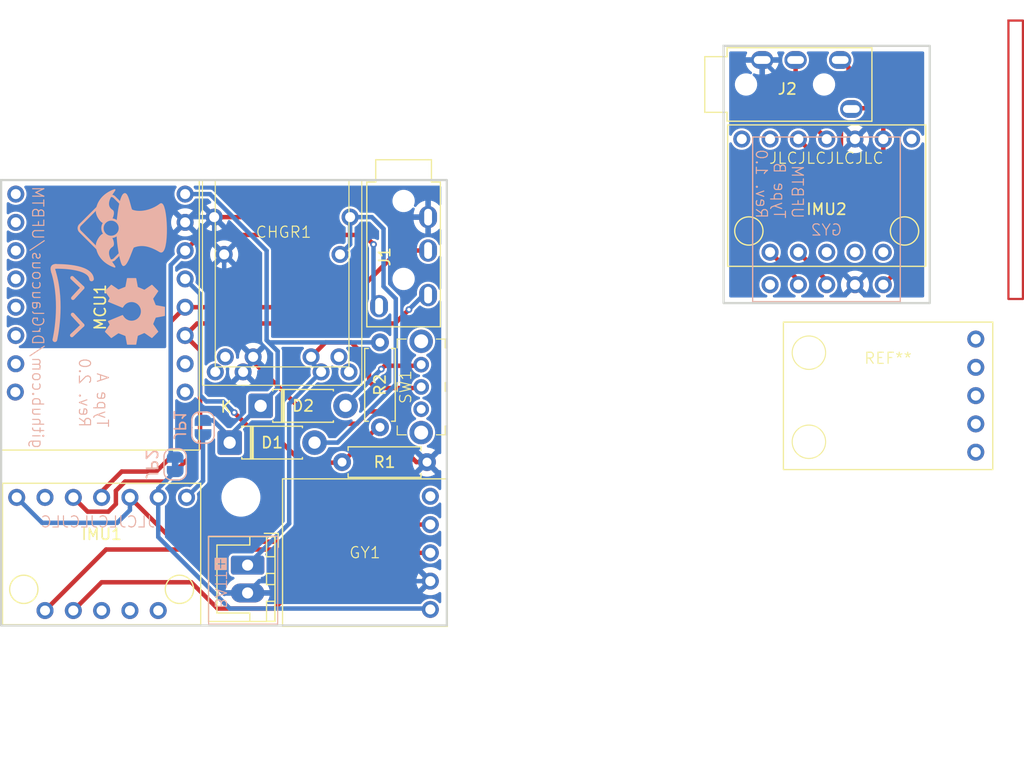
<source format=kicad_pcb>
(kicad_pcb (version 20241229) (generator "pcbnew") (generator_version "9.0")
  (layers (0 "F.Cu" signal) (2 "B.Cu" signal) (13 "F.Paste" user) (15 "B.Paste" user) (5 "F.SilkS" user "F.Silkscreen") (7 "B.SilkS" user "B.Silkscreen") (1 "F.Mask" user) (3 "B.Mask" user) (25 "Edge.Cuts" user))
  (net 0 "")
  (net 1 "SDA_1")
  (net 2 "ESP32_3V3")
  (net 3 "BATTERY_READER")
  (net 4 "ESP32_5V5")
  (net 5 "SCL_1")
  (net 6 "+BATT")
  (net 7 "GND")
  (net 9 "/5_VIN_LX")
  (net 11 "Net-(D2-A)")
  (net 12 "Net-(GY1-SDA)")
  (net 14 "Net-(GY1-SCL)")
  (net 15 "Net-(GY1-VIN)")
  (net 16 "Net-(GY2-SDA)")
  (net 17 "Net-(GY2-SCL)")
  (net 20 "Net-(IMU1-VIN)")
  (footprint "My_Library:LX_LBES" (layer "F.Cu") (at 128.218024 112.5 -90)
    (property "Reference" "CHGR1")
    (property "Value" "~")
  )
  (footprint "Espressif:ESP32-C3-Mini-V1" (layer "F.Cu") (at 105.896004 107.141392)
    (property "Reference" "MCU1")
    (property "Value" "~")
  )
  (footprint "Diode_THT:D_DO-41_SOD81_P7.62mm_Horizontal" (layer "F.Cu") (at 117.51 119.3)
    (property "Reference" "D1")
    (property "Value" "D_1N5817 / 4.8v Zener?")
  )
  (footprint "My_Library:PJ-320A" (layer "F.Cu") (at 160.15 84.94)
    (property "Reference" "J2")
    (property "Value" "TRRS Connector 3.5")
  )
  (footprint "Diode_THT:D_DO-41_SOD81_P7.62mm_Horizontal" (layer "F.Cu") (at 120.29 116)
    (property "Reference" "D2")
    (property "Value" "D_1N5817")
  )
  (footprint "My_Library:PJ-320A" (layer "F.Cu") (at 135.32 93.9 -90)
    (property "Reference" "J1")
    (property "Value" "TRRS Connector 3.5")
  )
  (footprint "My_Library:SK12D07VG4" (layer "F.Cu") (at 134.7 114.3 90)
    (property "Reference" "SW1")
    (property "Value" "SW_SPDT")
  )
  (footprint "Connector_JST:JST_XH_B2B-XH-A_1x02_P2.50mm_Vertical" (layer "F.Cu") (at 119.12 130.3 -90)
    (property "Reference" "BT1" (hide yes))
    (property "Value" "Battery")
  )
  (footprint "My_Library:LX-LBES-Big" (layer "F.Cu") (at 129.42 114.2 -90)
    (property "Reference" "CHGR2" (hide yes))
    (property "Value" "~")
  )
  (footprint "My_Library:GY-271" (layer "F.Cu") (at 130.52 129.2 180)
    (property "Reference" "GY1")
    (property "Value" "~")
  )
  (footprint "My_Library:GY-BMI160" (layer "F.Cu") (at 171.09 97.12 -90)
    (property "Reference" "IMU2")
    (property "Value" "~")
  )
  (footprint "My_Library:GY-273" (layer "F.Cu") (at 176.494 115.224)
    (property "Reference" "REF**")
    (property "Value" "GY-273")
  )
  (footprint "My_Library:GY-BMI160" (layer "F.Cu") (at 106.02 129.3 -90)
    (property "Reference" "IMU1")
    (property "Value" "~")
  )
  (footprint "Resistor_THT:R_Axial_DIN0207_L6.3mm_D2.5mm_P7.62mm_Horizontal" (layer "F.Cu") (at 135.22 121.05 180)
    (property "Reference" "R1")
    (property "Value" "200K")
  )
  (footprint "Resistor_THT:R_Axial_DIN0207_L6.3mm_D2.5mm_P7.62mm_Horizontal" (layer "F.Cu") (at 131 117.92 90)
    (property "Reference" "R2")
    (property "Value" "200K")
  )
  (footprint "Jumper:SolderJumper-2_P1.3mm_Open_RoundedPad1.0x1.5mm" (layer "B.Cu") (at 115.12 117.95 90)
    (property "Reference" "JP1")
    (property "Value" "5v in")
  )
  (footprint "Jumper:SolderJumper-2_P1.3mm_Bridged_RoundedPad1.0x1.5mm" (layer "B.Cu") (at 112.62 121.25 -90)
    (property "Reference" "JP2")
    (property "Value" "3v3 in")
  )
  (footprint "My_Library:GY-271" (layer "B.Cu") (at 171.09 100.12 90)
    (property "Reference" "GY2")
    (property "Value" "~")
  )
  (footprint "MountingHole:MountingHole_3mm" (layer "B.Cu") (at 118.52 124.2)
    (property "Reference" "REF**" (hide yes))
    (property "Value" "MountingHole_3mm")
  )
  (gr_rect (start 187.4 81.4) (end 188.7 106.4) (stroke (width 0.2)) (fill no) (layer "F.Cu"))
  (gr_poly (pts (xy 111.703464 107.135553) (xy 111.703337 107.133854) (xy 111.703129 107.132163) (xy 111.702841 107.130483) (xy 111.702475 107.128817) (xy 111.702033 107.127166) (xy 111.701518 107.125533) (xy 111.700932 107.123921) (xy 111.700276 107.122332) (xy 111.699553 107.12077) (xy 111.697913 107.117733) (xy 111.69603 107.114829) (xy 111.693919 107.112081) (xy 111.691597 107.109506) (xy 111.689082 107.107127) (xy 111.686389 107.104963) (xy 111.684981 107.103969) (xy 111.683536 107.103035) (xy 111.682054 107.102166) (xy 111.680538 107.101363) (xy 111.678991 107.100629) (xy 111.677414 107.099967) (xy 111.675809 107.099378) (xy 111.674178 107.098867) (xy 111.672525 107.098434) (xy 111.670849 107.098084) (xy 110.910743 106.956594) (xy 110.907373 106.955809) (xy 110.90399 106.954726) (xy 110.900616 106.953366) (xy 110.897274 106.951746) (xy 110.893986 106.949886) (xy 110.890774 106.947806) (xy 110.887661 106.945524) (xy 110.884668 106.943059) (xy 110.881819 106.940431) (xy 110.879135 106.937659) (xy 110.876638 106.934762) (xy 110.874352 106.931759) (xy 110.872297 106.928669) (xy 110.870497 106.925511) (xy 110.868974 106.922304) (xy 110.86775 106.919069) (xy 110.659223 106.409734) (xy 110.657822 106.406568) (xy 110.656653 106.403211) (xy 110.655713 106.399694) (xy 110.655 106.396045) (xy 110.654512 106.392293) (xy 110.654246 106.388469) (xy 110.6542 106.384601) (xy 110.654373 106.380719) (xy 110.654762 106.376851) (xy 110.655364 106.373028) (xy 110.656178 106.369279) (xy 110.657202 106.365632) (xy 110.658432 106.362118) (xy 110.659868 106.358764) (xy 110.661507 106.355602) (xy 110.663346 106.352659) (xy 111.099122 105.717789) (xy 111.100055 105.716362) (xy 111.100915 105.714892) (xy 111.101703 105.713383) (xy 111.102419 105.711837) (xy 111.103063 105.710259) (xy 111.103635 105.70865) (xy 111.104568 105.705357) (xy 111.105218 105.701984) (xy 111.105588 105.698558) (xy 111.105681 105.695103) (xy 111.105498 105.691648) (xy 111.105043 105.688217) (xy 111.104317 105.684836) (xy 111.103322 105.681533) (xy 111.102061 105.678332) (xy 111.100537 105.67526) (xy 111.099676 105.673781) (xy 111.098751 105.672344) (xy 111.097761 105.670952) (xy 111.096706 105.669608) (xy 111.095587 105.668317) (xy 111.094404 105.667081) (xy 110.559603 105.132354) (xy 110.55836 105.131179) (xy 110.557062 105.130067) (xy 110.555713 105.129019) (xy 110.554315 105.128035) (xy 110.552873 105.127116) (xy 110.551388 105.126262) (xy 110.549866 105.125473) (xy 110.548308 105.12475) (xy 110.546718 105.124092) (xy 110.5451 105.1235) (xy 110.54179 105.122515) (xy 110.538405 105.121796) (xy 110.53497 105.121345) (xy 110.531511 105.121165) (xy 110.528054 105.121258) (xy 110.524626 105.121624) (xy 110.521252 105.122267) (xy 110.519593 105.122693) (xy 110.517958 105.123189) (xy 110.51635 105.123755) (xy 110.514771 105.124391) (xy 110.513225 105.125098) (xy 110.511716 105.125875) (xy 110.510246 105.126724) (xy 110.508819 105.127644) (xy 109.884661 105.555702) (xy 109.881708 105.557551) (xy 109.878541 105.55919) (xy 109.875189 105.560619) (xy 109.87168 105.561836) (xy 109.868044 105.562839) (xy 109.864309 105.563627) (xy 109.860504 105.564198) (xy 109.856657 105.56455) (xy 109.852796 105.564682) (xy 109.848952 105.564592) (xy 109.845151 105.564278) (xy 109.841423 105.563739) (xy 109.837796 105.562972) (xy 109.834299 105.561978) (xy 109.830962 105.560753) (xy 109.827811 105.559296) (xy 109.302298 105.334064) (xy 109.300685 105.333456) (xy 109.299076 105.332771) (xy 109.295881 105.331184) (xy 109.292734 105.329326) (xy 109.289654 105.327218) (xy 109.28666 105.324884) (xy 109.283771 105.322345) (xy 109.281006 105.319623) (xy 109.278386 105.31674) (xy 109.275929 105.313719) (xy 109.273654 105.310581) (xy 109.271582 105.307349) (xy 109.26973 105.304044) (xy 109.268119 105.300689) (xy 109.266768 105.297307) (xy 109.266196 105.295612) (xy 109.265696 105.293918) (xy 109.26527 105.292229) (xy 109.264922 105.290546) (xy 109.128226 104.555832) (xy 109.1283 104.555909) (xy 109.127942 104.55424) (xy 109.127503 104.552593) (xy 109.126986 104.550968) (xy 109.126393 104.549369) (xy 109.125727 104.547797) (xy 109.124989 104.546254) (xy 109.124183 104.544744) (xy 109.123311 104.543266) (xy 109.122376 104.541825) (xy 109.121379 104.540421) (xy 109.120324 104.539057) (xy 109.119212 104.537736) (xy 109.118047 104.536459) (xy 109.11683 104.535228) (xy 109.115565 104.534045) (xy 109.114253 104.532913) (xy 109.112898 104.531834) (xy 109.111501 104.530809) (xy 109.110065 104.529842) (xy 109.108593 104.528933) (xy 109.107086 104.528086) (xy 109.105548 104.527301) (xy 109.103981 104.526582) (xy 109.102388 104.525931) (xy 109.10077 104.525349) (xy 109.099131 104.524839) (xy 109.097472 104.524402) (xy 109.095796 104.524042) (xy 109.094107 104.523759) (xy 109.092405 104.523557) (xy 109.090694 104.523436) (xy 109.088977 104.523401) (xy 108.332616 104.523476) (xy 108.330911 104.523519) (xy 108.329211 104.523646) (xy 108.327519 104.523854) (xy 108.325836 104.524142) (xy 108.324166 104.524508) (xy 108.322511 104.524949) (xy 108.320874 104.525464) (xy 108.319258 104.52605) (xy 108.316096 104.527428) (xy 108.313048 104.529066) (xy 108.310134 104.530947) (xy 108.307374 104.533055) (xy 108.30479 104.535372) (xy 108.302402 104.537883) (xy 108.300232 104.54057) (xy 108.299235 104.541974) (xy 108.2983 104.543416) (xy 108.297429 104.544893) (xy 108.296626 104.546405) (xy 108.295893 104.547947) (xy 108.295233 104.549519) (xy 108.294647 104.551118) (xy 108.29414 104.552742) (xy 108.293713 104.55439) (xy 108.293368 104.556058) (xy 108.159967 105.272721) (xy 108.159618 105.274409) (xy 108.159192 105.276101) (xy 108.158115 105.279483) (xy 108.156755 105.282848) (xy 108.155133 105.286173) (xy 108.153268 105.289438) (xy 108.15118 105.292621) (xy 108.148887 105.2957) (xy 108.14641 105.298656) (xy 108.143767 105.301465) (xy 108.14098 105.304108) (xy 108.138066 105.306563) (xy 108.135046 105.308807) (xy 108.131939 105.310821) (xy 108.128764 105.312583) (xy 108.125542 105.314072) (xy 108.122292 105.315266) (xy 107.563222 105.538998) (xy 107.560044 105.540372) (xy 107.556678 105.541518) (xy 107.553154 105.542438) (xy 107.549502 105.543135) (xy 107.545749 105.543609) (xy 107.541925 105.543864) (xy 107.538058 105.543901) (xy 107.534179 105.543724) (xy 107.530316 105.543332) (xy 107.526497 105.54273) (xy 107.522752 105.541919) (xy 107.519109 105.5409) (xy 107.515599 105.539677) (xy 107.512249 105.538252) (xy 107.509089 105.536625) (xy 107.506147 105.5348) (xy 106.912848 105.127706) (xy 106.911414 105.126773) (xy 106.909938 105.125913) (xy 106.908423 105.125125) (xy 106.906872 105.124409) (xy 106.905288 105.123765) (xy 106.903674 105.123193) (xy 106.900372 105.12226) (xy 106.896991 105.12161) (xy 106.893557 105.12124) (xy 106.890095 105.121147) (xy 106.886632 105.121329) (xy 106.883194 105.121785) (xy 106.879806 105.122511) (xy 106.876495 105.123505) (xy 106.873286 105.124765) (xy 106.870205 105.126288) (xy 106.86872 105.127148) (xy 106.867278 105.128073) (xy 106.86588 105.129063) (xy 106.864531 105.130117) (xy 106.863233 105.131235) (xy 106.861989 105.132417) (xy 106.327189 105.667225) (xy 106.32602 105.668454) (xy 106.324914 105.66974) (xy 106.323871 105.671077) (xy 106.322891 105.672464) (xy 106.321976 105.673896) (xy 106.321125 105.67537) (xy 106.320338 105.676884) (xy 106.319616 105.678434) (xy 106.318959 105.680017) (xy 106.318367 105.681629) (xy 106.317381 105.684928) (xy 106.31666 105.688306) (xy 106.316206 105.691736) (xy 106.316022 105.695193) (xy 106.316109 105.69865) (xy 106.316471 105.702081) (xy 106.317109 105.705459) (xy 106.317532 105.707121) (xy 106.318025 105.70876) (xy 106.318589 105.710373) (xy 106.319223 105.711957) (xy 106.319928 105.713508) (xy 106.320704 105.715023) (xy 106.321551 105.716499) (xy 106.32247 105.717932) (xy 106.722521 106.300674) (xy 106.724346 106.303597) (xy 106.725947 106.306731) (xy 106.727322 106.310046) (xy 106.72847 106.313513) (xy 106.729391 106.317104) (xy 106.730085 106.32079) (xy 106.730552 106.324542) (xy 106.730789 106.328332) (xy 106.730798 106.332131) (xy 106.730577 106.335909) (xy 106.730126 106.339639) (xy 106.729444 106.343291) (xy 106.728531 106.346837) (xy 106.727387 106.350248) (xy 106.72601 106.353496) (xy 106.7244 106.356551) (xy 106.58718 106.61354) (xy 106.586452 106.615078) (xy 106.585811 106.616629) (xy 106.585258 106.61819) (xy 106.584789 106.619758) (xy 106.584406 106.621331) (xy 106.584107 106.622905) (xy 106.58389 106.624479) (xy 106.583756 106.62605) (xy 106.583703 106.627615) (xy 106.58373 106.629171) (xy 106.583835 106.630715) (xy 106.58402 106.632246) (xy 106.584281 106.63376) (xy 106.584619 106.635254) (xy 106.585032 106.636726) (xy 106.58552 106.638174) (xy 106.586081 106.639594) (xy 106.586715 106.640984) (xy 106.587421 106.642341) (xy 106.588197 106.643663) (xy 106.589043 106.644946) (xy 106.589958 106.646189) (xy 106.590941 106.647388) (xy 106.591991 106.648542) (xy 106.593107 106.649646) (xy 106.594287 106.650699) (xy 106.595532 106.651697) (xy 106.596841 106.652639) (xy 106.598211 106.653522) (xy 106.599643 106.654342) (xy 106.601135 106.655097) (xy 106.602687 106.655785) (xy 107.883433 107.185641) (xy 107.885026 107.186254) (xy 107.886644 107.186786) (xy 107.888282 107.187237) (xy 107.889939 107.18761) (xy 107.89161 107.187904) (xy 107.893294 107.188121) (xy 107.896684 107.188329) (xy 107.900086 107.18824) (xy 107.903476 107.187864) (xy 107.906827 107.187208) (xy 107.910117 107.18628) (xy 107.913322 107.18509) (xy 107.916415 107.183643) (xy 107.919374 107.18195) (xy 107.922174 107.180018) (xy 107.92479 107.177855) (xy 107.926022 107.17669) (xy 107.927199 107.17547) (xy 107.928318 107.174196) (xy 107.929375 107.17287) (xy 107.930369 107.171492) (xy 107.931295 107.170063) (xy 107.970693 107.105723) (xy 107.973652 107.101097) (xy 107.977028 107.096156) (xy 107.980745 107.090995) (xy 107.98473 107.085705) (xy 107.988907 107.08038) (xy 107.993203 107.075113) (xy 107.997543 107.069998) (xy 108.001851 107.065126) (xy 108.031001 107.022551) (xy 108.062649 106.981918) (xy 108.096686 106.943339) (xy 108.133001 106.906923) (xy 108.171485 106.872783) (xy 108.212028 106.841029) (xy 108.254518 106.811772) (xy 108.298847 106.785123) (xy 108.344905 106.761194) (xy 108.368547 106.750284) (xy 108.39258 106.740095) (xy 108.416991 106.730641) (xy 108.441764 106.721937) (xy 108.466887 106.713996) (xy 108.492346 106.706832) (xy 108.518127 106.700459) (xy 108.544216 106.69489) (xy 108.5706 106.69014) (xy 108.597264 106.686223) (xy 108.624196 106.683152) (xy 108.651381 106.680941) (xy 108.678805 106.679604) (xy 108.706455 106.679156) (xy 108.749502 106.680244) (xy 108.791984 106.683473) (xy 108.833848 106.688792) (xy 108.875042 106.696147) (xy 108.915513 106.705485) (xy 108.955208 106.716755) (xy 108.994076 106.729903) (xy 109.032063 106.744877) (xy 109.069117 106.761625) (xy 109.105186 106.780094) (xy 109.140216 106.800231) (xy 109.174156 106.821984) (xy 109.206952 106.845301) (xy 109.238553 106.870128) (xy 109.268905 106.896413) (xy 109.297956 106.924104) (xy 109.325654 106.953148) (xy 109.351945 106.983492) (xy 109.376778 107.015085) (xy 109.4001 107.047873) (xy 109.421858 107.081803) (xy 109.442 107.116824) (xy 109.460473 107.152883) (xy 109.477225 107.189927) (xy 109.492202 107.227903) (xy 109.505353 107.26676) (xy 109.516626 107.306444) (xy 109.525966 107.346903) (xy 109.533322 107.388084) (xy 109.538642 107.429935) (xy 109.541872 107.472404) (xy 109.542961 107.515437) (xy 109.541872 107.55847) (xy 109.538642 107.600939) (xy 109.533322 107.64279) (xy 109.525966 107.683971) (xy 109.516626 107.72443) (xy 109.505353 107.764114) (xy 109.492202 107.802971) (xy 109.477225 107.840947) (xy 109.460473 107.877991) (xy 109.442 107.914049) (xy 109.421858 107.94907) (xy 109.4001 107.983001) (xy 109.376778 108.015789) (xy 109.351945 108.047381) (xy 109.325654 108.077726) (xy 109.297956 108.10677) (xy 109.268905 108.13446) (xy 109.238553 108.160746) (xy 109.206952 108.185573) (xy 109.174156 108.208889) (xy 109.140216 108.230642) (xy 109.105186 108.250779) (xy 109.069117 108.269248) (xy 109.032063 108.285996) (xy 108.994076 108.30097) (xy 108.955208 108.314119) (xy 108.915513 108.325388) (xy 108.875042 108.334727) (xy 108.833848 108.342082) (xy 108.791984 108.3474) (xy 108.749502 108.35063) (xy 108.706455 108.351718) (xy 108.651381 108.349933) (xy 108.597264 108.344651) (xy 108.544216 108.335983) (xy 108.492346 108.324042) (xy 108.441764 108.308936) (xy 108.39258 108.290779) (xy 108.344905 108.26968) (xy 108.298847 108.24575) (xy 108.254518 108.219101) (xy 108.212028 108.189844) (xy 108.171485 108.15809) (xy 108.133001 108.12395) (xy 108.096686 108.087535) (xy 108.062649 108.048955) (xy 108.031001 108.008322) (xy 108.001851 107.965748) (xy 107.99752 107.960854) (xy 107.99317 107.955727) (xy 107.988872 107.950456) (xy 107.984699 107.945131) (xy 107.980722 107.939841) (xy 107.977014 107.934675) (xy 107.973648 107.929724) (xy 107.970693 107.925076) (xy 107.931295 107.860735) (xy 107.930369 107.8593) (xy 107.929375 107.857916) (xy 107.928317 107.856585) (xy 107.927198 107.855307) (xy 107.926021 107.854084) (xy 107.924789 107.852916) (xy 107.923505 107.851804) (xy 107.922172 107.850749) (xy 107.920794 107.849753) (xy 107.919372 107.848815) (xy 107.917911 107.847939) (xy 107.916413 107.847123) (xy 107.914882 107.846369) (xy 107.91332 107.845679) (xy 107.91173 107.845052) (xy 107.910116 107.844491) (xy 107.90848 107.843996) (xy 107.906826 107.843568) (xy 107.905156 107.843207) (xy 107.903474 107.842916) (xy 107.901783 107.842695) (xy 107.900085 107.842544) (xy 107.898384 107.842466) (xy 107.896683 107.84246) (xy 107.894985 107.842529) (xy 107.893293 107.842672) (xy 107.89161 107.842891) (xy 107.889938 107.843187) (xy 107.888282 107.84356) (xy 107.886644 107.844012) (xy 107.885027 107.844544) (xy 107.883434 107.845157) (xy 106.602759 108.375088) (xy 106.601208 108.375776) (xy 106.599715 108.376532) (xy 106.598282 108.377354) (xy 106.596909 108.378238) (xy 106.595599 108.379181) (xy 106.59435 108.380182) (xy 106.593166 108.381237) (xy 106.592046 108.382344) (xy 106.590992 108.383499) (xy 106.590004 108.384701) (xy 106.589085 108.385946) (xy 106.588234 108.387232) (xy 106.587453 108.388556) (xy 106.586743 108.389915) (xy 106.586105 108.391307) (xy 106.58554 108.392729) (xy 106.585048 108.394178) (xy 106.584632 108.395652) (xy 106.584292 108.397147) (xy 106.584028 108.398662) (xy 106.583843 108.400192) (xy 106.583737 108.401737) (xy 106.583711 108.403292) (xy 106.583766 108.404855) (xy 106.583904 108.406424) (xy 106.584124 108.407996) (xy 106.584429 108.409568) (xy 106.584819 108.411137) (xy 106.585295 108.412701) (xy 106.585859 108.414257) (xy 106.586511 108.415802) (xy 106.587253 108.417333) (xy 106.72447 108.674322) (xy 106.726067 108.677364) (xy 106.727433 108.6806) (xy 106.728568 108.684002) (xy 106.729473 108.68754) (xy 106.730148 108.691186) (xy 106.730593 108.694912) (xy 106.730809 108.698688) (xy 106.730796 108.702485) (xy 106.730555 108.706276) (xy 106.730086 108.710031) (xy 106.729389 108.713721) (xy 106.728465 108.717318) (xy 106.727315 108.720793) (xy 106.725938 108.724117) (xy 106.724335 108.727262) (xy 106.722507 108.730199) (xy 106.322462 109.312937) (xy 106.321536 109.314371) (xy 106.320682 109.315847) (xy 106.3199 109.317362) (xy 106.31919 109.318913) (xy 106.318551 109.320497) (xy 106.317982 109.32211) (xy 106.317057 109.325412) (xy 106.316413 109.328792) (xy 106.316047 109.332224) (xy 106.315956 109.335684) (xy 106.316139 109.339143) (xy 106.316594 109.342577) (xy 106.317317 109.34596) (xy 106.318308 109.349266) (xy 106.319562 109.352467) (xy 106.321079 109.35554) (xy 106.321936 109.357019) (xy 106.322856 109.358457) (xy 106.323842 109.359849) (xy 106.324891 109.361192) (xy 106.326004 109.362484) (xy 106.327181 109.36372) (xy 106.861989 109.898521) (xy 106.863233 109.899697) (xy 106.864531 109.90081) (xy 106.86588 109.901859) (xy 106.867278 109.902843) (xy 106.86872 109.903764) (xy 106.870205 109.90462) (xy 106.871727 109.905411) (xy 106.873286 109.906136) (xy 106.874876 109.906796) (xy 106.876495 109.907391) (xy 106.879806 109.908381) (xy 106.883194 109.909105) (xy 106.886632 109.90956) (xy 106.890095 109.909743) (xy 106.893557 109.909653) (xy 106.896991 109.909287) (xy 106.89869 109.909) (xy 106.900372 109.908643) (xy 106.902035 109.908216) (xy 106.903675 109.907719) (xy 106.905288 109.907151) (xy 106.906872 109.906512) (xy 106.908423 109.905801) (xy 106.909938 109.905019) (xy 106.911415 109.904166) (xy 106.912848 109.90324) (xy 107.506222 109.496147) (xy 107.509151 109.494308) (xy 107.512303 109.49267) (xy 107.515647 109.491235) (xy 107.519154 109.490004) (xy 107.522794 109.48898) (xy 107.52654 109.488164) (xy 107.53036 109.48756) (xy 107.534226 109.487168) (xy 107.53811 109.486991) (xy 107.54198 109.487032) (xy 107.545808 109.487291) (xy 107.549566 109.487772) (xy 107.553222 109.488476) (xy 107.556749 109.489406) (xy 107.560117 109.490563) (xy 107.563297 109.491949) (xy 108.122366 109.715685) (xy 108.123994 109.716237) (xy 108.125618 109.716868) (xy 108.127235 109.717573) (xy 108.128842 109.71835) (xy 108.13202 109.720109) (xy 108.135131 109.722124) (xy 108.138156 109.724372) (xy 108.141074 109.726831) (xy 108.143867 109.72948) (xy 108.146513 109.732296) (xy 108.148993 109.735258) (xy 108.151288 109.738344) (xy 108.153376 109.741532) (xy 108.15524 109.744799) (xy 108.156858 109.748125) (xy 108.158211 109.751486) (xy 108.158781 109.753174) (xy 108.159278 109.754862) (xy 108.159699 109.756548) (xy 108.160041 109.75823) (xy 108.293442 110.474892) (xy 108.293793 110.47656) (xy 108.294225 110.478208) (xy 108.294737 110.479832) (xy 108.295325 110.481432) (xy 108.295988 110.483004) (xy 108.296722 110.484546) (xy 108.297525 110.486057) (xy 108.298395 110.487535) (xy 108.299329 110.488977) (xy 108.300325 110.490381) (xy 108.301379 110.491746) (xy 108.30249 110.493068) (xy 108.303655 110.494346) (xy 108.304872 110.495578) (xy 108.306137 110.496762) (xy 108.307449 110.497896) (xy 108.308805 110.498977) (xy 108.310202 110.500004) (xy 108.311638 110.500974) (xy 108.31311 110.501885) (xy 108.314616 110.502735) (xy 108.316153 110.503523) (xy 108.317719 110.504245) (xy 108.319311 110.504901) (xy 108.320927 110.505487) (xy 108.322565 110.506001) (xy 108.32422 110.506443) (xy 108.325892 110.506808) (xy 108.327578 110.507097) (xy 108.329274 110.507305) (xy 108.33098 110.507431) (xy 108.332691 110.507474) (xy 109.089051 110.507474) (xy 109.090756 110.507432) (xy 109.092454 110.507306) (xy 109.094145 110.507098) (xy 109.095825 110.506811) (xy 109.097492 110.506447) (xy 109.099143 110.506008) (xy 109.100776 110.505495) (xy 109.102388 110.504911) (xy 109.103977 110.504258) (xy 109.105541 110.503538) (xy 109.10858 110.501905) (xy 109.111485 110.500028) (xy 109.114237 110.497924) (xy 109.116815 110.49561) (xy 109.119199 110.493101) (xy 109.121369 110.490414) (xy 109.122368 110.48901) (xy 109.123305 110.487567) (xy 109.124178 110.486087) (xy 109.124986 110.484574) (xy 109.125724 110.483029) (xy 109.126392 110.481453) (xy 109.126986 110.47985) (xy 109.127503 110.47822) (xy 109.127942 110.476567) (xy 109.128299 110.474892) (xy 109.264996 109.740178) (xy 109.265783 109.736793) (xy 109.266865 109.733396) (xy 109.268224 109.730007) (xy 109.269839 109.726649) (xy 109.271692 109.723343) (xy 109.273764 109.720112) (xy 109.276037 109.716978) (xy 109.278491 109.713962) (xy 109.281107 109.711087) (xy 109.283866 109.708374) (xy 109.28675 109.705845) (xy 109.289739 109.703523) (xy 109.292815 109.701429) (xy 109.295959 109.699585) (xy 109.299151 109.698013) (xy 109.302372 109.696735) (xy 109.827885 109.471504) (xy 109.831036 109.470049) (xy 109.834374 109.468826) (xy 109.83787 109.467835) (xy 109.841497 109.467073) (xy 109.845225 109.466538) (xy 109.849026 109.466227) (xy 109.852871 109.466139) (xy 109.856732 109.466272) (xy 109.860579 109.466624) (xy 109.864384 109.467192) (xy 109.868119 109.467974) (xy 109.871755 109.468969) (xy 109.875263 109.470174) (xy 109.878615 109.471588) (xy 109.881781 109.473207) (xy 109.884735 109.475031) (xy 110.508819 109.903164) (xy 110.510246 109.904097) (xy 110.511716 109.904956) (xy 110.513225 109.905743) (xy 110.514771 109.906458) (xy 110.516349 109.9071) (xy 110.517958 109.907671) (xy 110.521252 109.908599) (xy 110.524626 109.909245) (xy 110.528054 109.90961) (xy 110.53151 109.909699) (xy 110.534969 109.909512) (xy 110.538404 109.909053) (xy 110.54179 109.908325) (xy 110.5451 109.90733) (xy 110.548308 109.906071) (xy 110.551388 109.90455) (xy 110.552872 109.903693) (xy 110.554315 109.902771) (xy 110.555712 109.901785) (xy 110.557061 109.900735) (xy 110.558359 109.899622) (xy 110.559603 109.898445) (xy 111.094403 109.36372) (xy 111.095579 109.362484) (xy 111.096692 109.361192) (xy 111.097741 109.359849) (xy 111.098726 109.358457) (xy 111.099646 109.35702) (xy 111.100502 109.35554) (xy 111.101293 109.354022) (xy 111.102019 109.352468) (xy 111.102679 109.350881) (xy 111.103273 109.349266) (xy 111.104264 109.345961) (xy 111.104987 109.342578) (xy 111.105442 109.339143) (xy 111.105625 109.335684) (xy 111.105535 109.332225) (xy 111.105169 109.328792) (xy 111.104882 109.327094) (xy 111.104525 109.325412) (xy 111.104098 109.32375) (xy 111.103601 109.32211) (xy 111.103033 109.320497) (xy 111.102394 109.318913) (xy 111.101683 109.317362) (xy 111.100901 109.315847) (xy 111.100048 109.314371) (xy 111.099122 109.312937) (xy 110.663342 108.678067) (xy 110.661504 108.675137) (xy 110.659869 108.671986) (xy 110.658437 108.668643) (xy 110.657211 108.665136) (xy 110.656192 108.661495) (xy 110.655383 108.65775) (xy 110.654785 108.653929) (xy 110.6544 108.650063) (xy 110.65423 108.64618) (xy 110.654278 108.64231) (xy 110.654544 108.638481) (xy 110.65503 108.634724) (xy 110.655739 108.631067) (xy 110.656672 108.62754) (xy 110.657832 108.624172) (xy 110.659219 108.620992) (xy 110.867747 108.111582) (xy 110.86832 108.109962) (xy 110.868971 108.108347) (xy 110.869696 108.106739) (xy 110.870494 108.105141) (xy 110.872293 108.101983) (xy 110.874347 108.098893) (xy 110.876634 108.095891) (xy 110.87913 108.092994) (xy 110.881815 108.090222) (xy 110.884664 108.087595) (xy 110.887657 108.085131) (xy 110.89077 108.082849) (xy 110.893983 108.080769) (xy 110.897271 108.078909) (xy 110.900613 108.077289) (xy 110.903987 108.075927) (xy 110.907371 108.074844) (xy 110.909059 108.074412) (xy 110.910741 108.074057) (xy 111.670924 107.932642) (xy 111.672593 107.932291) (xy 111.67424 107.931859) (xy 111.675865 107.931347) (xy 111.677464 107.930759) (xy 111.679036 107.930097) (xy 111.680578 107.929363) (xy 111.68209 107.92856) (xy 111.683567 107.92769) (xy 111.685009 107.926757) (xy 111.686413 107.925762) (xy 111.687778 107.924708) (xy 111.6891 107.923598) (xy 111.690379 107.922434) (xy 111.691611 107.921219) (xy 111.692795 107.919955) (xy 111.693928 107.918645) (xy 111.69501 107.917291) (xy 111.696036 107.915896) (xy 111.697006 107.914463) (xy 111.697917 107.912993) (xy 111.698768 107.91149) (xy 111.699555 107.909956) (xy 111.700278 107.908393) (xy 111.700933 107.906805) (xy 111.701519 107.905193) (xy 111.702034 107.90356) (xy 111.702475 107.901909) (xy 111.702841 107.900242) (xy 111.703129 107.898562) (xy 111.703337 107.896872) (xy 111.703464 107.895173) (xy 111.703506 107.893469) (xy 111.703506 107.137257)) (fill yes) (layer "B.SilkS"))
  (gr_poly (pts (xy 109.782249 100.024931) (xy 109.780832 100.005173) (xy 109.778472 99.985489) (xy 109.775167 99.965914) (xy 109.770918 99.946487) (xy 109.765725 99.927242) (xy 109.759588 99.908218) (xy 109.752506 99.88945) (xy 109.74448 99.870976) (xy 109.73551 99.852831) (xy 109.725596 99.835054) (xy 109.714738 99.817679) (xy 109.702935 99.800745) (xy 109.690189 99.784287) (xy 109.676498 99.768343) (xy 109.661863 99.752948) (xy 107.167978 97.259064) (xy 107.152583 97.244429) (xy 107.136639 97.230738) (xy 107.120181 97.217991) (xy 107.103247 97.206188) (xy 107.085872 97.19533) (xy 107.068094 97.185416) (xy 107.04995 97.176446) (xy 107.031475 97.16842) (xy 107.012708 97.161339) (xy 106.993683 97.155201) (xy 106.974439 97.150008) (xy 106.955011 97.145759) (xy 106.935437 97.142455) (xy 106.915752 97.140094) (xy 106.895995 97.138678) (xy 106.8762 97.138206) (xy 106.856406 97.138678) (xy 106.836648 97.140094) (xy 106.816964 97.142455) (xy 106.797389 97.145759) (xy 106.777962 97.150008) (xy 106.758717 97.155201) (xy 106.739693 97.161339) (xy 106.720925 97.16842) (xy 106.702451 97.176446) (xy 106.684306 97.185416) (xy 106.666529 97.19533) (xy 106.649154 97.206188) (xy 106.63222 97.217991) (xy 106.615762 97.230738) (xy 106.599817 97.244429) (xy 106.584423 97.259064) (xy 104.090538 99.752948) (xy 104.075903 99.768343) (xy 104.062212 99.784287) (xy 104.049465 99.800745) (xy 104.037662 99.817679) (xy 104.026804 99.835054) (xy 104.01689 99.852831) (xy 104.00792 99.870976) (xy 103.999894 99.88945) (xy 103.992813 99.908218) (xy 103.986675 99.927242) (xy 103.981482 99.946487) (xy 103.977233 99.965914) (xy 103.973929 99.985489) (xy 103.971568 100.005173) (xy 103.970152 100.024931) (xy 103.96968 100.044725) (xy 103.970152 100.06452) (xy 103.971568 100.084277) (xy 103.973929 100.103962) (xy 103.977233 100.123536) (xy 103.981482 100.142964) (xy 103.986675 100.162208) (xy 103.992813 100.181232) (xy 103.999894 100.2) (xy 104.00792 100.218475) (xy 104.01689 100.236619) (xy 104.026804 100.254397) (xy 104.037662 100.271771) (xy 104.049465 100.288706) (xy 104.062212 100.305163) (xy 104.075903 100.321108) (xy 104.090538 100.336502) (xy 106.584423 102.830387) (xy 106.599817 102.845022) (xy 106.615762 102.858713) (xy 106.63222 102.87146) (xy 106.649154 102.883263) (xy 106.666529 102.894121) (xy 106.684306 102.904035) (xy 106.702451 102.913005) (xy 106.720925 102.921031) (xy 106.739693 102.928112) (xy 106.758717 102.93425) (xy 106.777962 102.939443) (xy 106.797389 102.943692) (xy 106.816964 102.946997) (xy 106.836648 102.949357) (xy 106.856406 102.950773) (xy 106.8762 102.951246) (xy 106.895995 102.950773) (xy 106.915752 102.949357) (xy 106.935437 102.946997) (xy 106.955011 102.943692) (xy 106.974439 102.939443) (xy 106.993683 102.93425) (xy 107.012708 102.928112) (xy 107.031475 102.921031) (xy 107.04995 102.913005) (xy 107.068094 102.904035) (xy 107.085872 102.894121) (xy 107.103247 102.883263) (xy 107.120181 102.87146) (xy 107.136639 102.858713) (xy 107.152583 102.845022) (xy 107.167978 102.830387) (xy 109.661863 100.336502) (xy 109.676498 100.321108) (xy 109.690189 100.305163) (xy 109.702935 100.288706) (xy 109.714738 100.271771) (xy 109.725596 100.254397) (xy 109.73551 100.236619) (xy 109.74448 100.218475) (xy 109.752506 100.2) (xy 109.759588 100.181232) (xy 109.765725 100.162208) (xy 109.770918 100.142964) (xy 109.775167 100.123536) (xy 109.778472 100.103962) (xy 109.780832 100.084277) (xy 109.782249 100.06452) (xy 109.782721 100.044725)) (stroke (width 0.211666)) (fill no) (layer "B.SilkS"))
  (gr_curve (pts (xy 101.700539 103.964062) (xy 101.598617 103.633419) (xy 101.627404 103.466401) (xy 101.897203 103.472399)) (stroke (width 0.417912)) (layer "B.SilkS"))
  (gr_line (start 103.347605 109.667335) (end 104.306344 108.757761) (stroke (width 0.334821)) (layer "B.SilkS"))
  (gr_curve (pts (xy 101.823454 110.060664) (xy 101.823454 110.060664) (xy 102.590003 106.849868) (xy 101.700539 103.964062)) (stroke (width 0.417912)) (layer "B.SilkS"))
  (gr_line (start 103.445936 106.323963) (end 104.306344 105.389806) (stroke (width 0.334821)) (layer "B.SilkS"))
  (gr_line (start 104.306344 105.389806) (end 103.372187 104.504815) (stroke (width 0.334821)) (layer "B.SilkS"))
  (gr_line (start 104.306344 108.757761) (end 103.421354 107.79902) (stroke (width 0.334821)) (layer "B.SilkS"))
  (gr_poly (pts (xy 111.806801 99.582711) (xy 111.774373 99.156095) (xy 111.72616 98.762838) (xy 111.663033 98.419796) (xy 111.58586 98.143826) (xy 111.542278 98.03626) (xy 111.49551 97.951784) (xy 111.445666 97.892504) (xy 111.392853 97.860527) (xy 111.337181 97.857961) (xy 111.278758 97.886913) (xy 111.115743 98.003124) (xy 110.948673 98.10768) (xy 110.77853 98.200711) (xy 110.606296 98.282345) (xy 110.432951 98.352714) (xy 110.259478 98.411946) (xy 110.086859 98.460173) (xy 109.916075 98.497523) (xy 109.748108 98.524127) (xy 109.583939 98.540115) (xy 109.424551 98.545615) (xy 109.270925 98.54076) (xy 109.124042 98.525677) (xy 108.984884 98.500498) (xy 108.854434 98.465351) (xy 108.733672 98.420367) (xy 108.733673 98.420367) (xy 108.733673 98.420366) (xy 108.722053 98.41152) (xy 108.709986 98.395161) (xy 108.684485 98.341947) (xy 108.657115 98.264821) (xy 108.627822 98.16788) (xy 108.490303 97.663928) (xy 108.450561 97.529379) (xy 108.408563 97.399602) (xy 108.364255 97.278692) (xy 108.31758 97.170749) (xy 108.268485 97.079869) (xy 108.243012 97.042108) (xy 108.216912 97.01015) (xy 108.19018 96.984506) (xy 108.162808 96.965689) (xy 108.13479 96.954211) (xy 108.106117 96.950585) (xy 108.076224 96.954537) (xy 108.04693 96.965242) (xy 108.018239 96.982435) (xy 107.990152 97.005851) (xy 107.962672 97.035227) (xy 107.935802 97.070298) (xy 107.909543 97.110801) (xy 107.883897 97.156471) (xy 107.858868 97.207045) (xy 107.834458 97.262259) (xy 107.787502 97.385547) (xy 107.743049 97.524224) (xy 107.701117 97.676178) (xy 107.661724 97.839295) (xy 107.62489 98.011464) (xy 107.590634 98.190572) (xy 107.558973 98.374506) (xy 107.529926 98.561155) (xy 107.503513 98.748404) (xy 107.458662 99.116259) (xy 107.447347 99.199174) (xy 107.440519 99.253508) (xy 107.43517 99.31121) (xy 107.433578 99.340102) (xy 107.432991 99.368368) (xy 107.43362 99.395521) (xy 107.435677 99.42107) (xy 107.439373 99.444528) (xy 107.441902 99.455319) (xy 107.444921 99.465404) (xy 107.448455 99.474721) (xy 107.452531 99.48321) (xy 107.457176 99.490809) (xy 107.462416 99.497457) (xy 107.484725 99.523304) (xy 107.50623 99.550448) (xy 107.526839 99.578761) (xy 107.546459 99.608119) (xy 107.564997 99.638394) (xy 107.582362 99.669462) (xy 107.598459 99.701196) (xy 107.613198 99.733469) (xy 107.626484 99.766157) (xy 107.638227 99.799133) (xy 107.648332 99.83227) (xy 107.656709 99.865444) (xy 107.663263 99.898529) (xy 107.667903 99.931397) (xy 107.670535 99.963924) (xy 107.671068 99.995982) (xy 107.669271 100.035381) (xy 107.665248 100.077934) (xy 107.659099 100.123004) (xy 107.650925 100.169954) (xy 107.640827 100.218147) (xy 107.628907 100.266946) (xy 107.615264 100.315715) (xy 107.6 100.363815) (xy 107.583217 100.410611) (xy 107.565014 100.455465) (xy 107.545493 100.49774) (xy 107.524754 100.536799) (xy 107.5029 100.572006) (xy 107.480029 100.602722) (xy 107.456245 100.628312) (xy 107.444041 100.638985) (xy 107.431646 100.648137) (xy 107.429507 100.651132) (xy 107.427749 100.656888) (xy 107.425309 100.676094) (xy 107.4242 100.704569) (xy 107.424294 100.741127) (xy 107.427587 100.833749) (xy 107.43417 100.944474) (xy 107.443029 101.063816) (xy 107.453146 101.182286) (xy 107.463507 101.290399) (xy 107.473095 101.378667) (xy 107.521175 101.749588) (xy 107.576821 102.11142) (xy 107.638451 102.45158) (xy 107.704478 102.757483) (xy 107.773316 103.016546) (xy 107.808295 103.124579) (xy 107.843382 103.216184) (xy 107.878379 103.289786) (xy 107.913089 103.343813) (xy 107.947312 103.376692) (xy 107.96418 103.384709) (xy 107.980852 103.38685) (xy 108.015581 103.380556) (xy 108.050553 103.365659) (xy 108.085701 103.342729) (xy 108.120959 103.312333) (xy 108.156262 103.27504) (xy 108.191542 103.231418) (xy 108.26177 103.12746) (xy 108.331116 103.005006) (xy 108.39905 102.868603) (xy 108.465043 102.722797) (xy 108.528565 102.572135) (xy 108.747362 102.011859) (xy 108.790591 101.905116) (xy 108.828175 101.820797) (xy 108.859582 101.763448) (xy 108.872805 101.746308) (xy 108.884285 101.737616) (xy 109.032665 101.68389) (xy 109.180173 101.642756) (xy 109.326971 101.613774) (xy 109.473222 101.596501) (xy 109.61909 101.590498) (xy 109.764738 101.595322) (xy 109.910328 101.610533) (xy 110.056024 101.63569) (xy 110.201989 101.670351) (xy 110.348386 101.714075) (xy 110.495379 101.766422) (xy 110.643129 101.826951) (xy 110.7918 101.895219) (xy 110.941556 101.970786) (xy 111.092559 102.053211) (xy 111.244973 102.142053) (xy 111.322347 102.173752) (xy 111.393711 102.173756) (xy 111.459174 102.144173) (xy 111.518843 102.087109) (xy 111.572828 102.004671) (xy 111.621238 101.898967) (xy 111.664181 101.772104) (xy 111.701765 101.626188) (xy 111.761293 101.285628) (xy 111.800692 100.894144) (xy 111.82083 100.468592) (xy 111.822577 100.025828)) (stroke (width 0.114152)) (fill yes) (layer "B.SilkS"))
  (gr_poly (pts (xy 107.20023 103.510059) (xy 107.176355 103.463642) (xy 107.127687 103.390681) (xy 106.981976 103.178614) (xy 106.897934 103.04625) (xy 106.815103 102.900828) (xy 106.739983 102.745719) (xy 106.707347 102.665585) (xy 106.679076 102.584294) (xy 106.655983 102.502267) (xy 106.638881 102.419925) (xy 106.628583 102.33769) (xy 106.6259 102.255982) (xy 106.631647 102.175225) (xy 106.646634 102.095838) (xy 106.671676 102.018244) (xy 106.707584 101.942863) (xy 106.755171 101.870118) (xy 106.81525 101.80043) (xy 106.888633 101.734219) (xy 106.976133 101.671908) (xy 106.976134 101.671908) (xy 106.996281 101.656879) (xy 107.013712 101.639289) (xy 107.028551 101.619334) (xy 107.04092 101.597212) (xy 107.050942 101.573118) (xy 107.058741 101.547249) (xy 107.064439 101.519802) (xy 107.06816 101.490972) (xy 107.070027 101.460957) (xy 107.070163 101.429953) (xy 107.068691 101.398157) (xy 107.065734 101.365764) (xy 107.055858 101.299977) (xy 107.041519 101.234164) (xy 107.023703 101.169897) (xy 107.003395 101.108747) (xy 106.981578 101.052288) (xy 106.959239 101.002091) (xy 106.937361 100.959728) (xy 106.91693 100.926772) (xy 106.907564 100.914312) (xy 106.89893 100.904793) (xy 106.89115 100.898411) (xy 106.884346 100.895364) (xy 106.827683 100.883091) (xy 106.776331 100.871081) (xy 106.729671 100.859119) (xy 106.687083 100.846991) (xy 106.647949 100.834485) (xy 106.611647 100.821385) (xy 106.57756 100.807479) (xy 106.545068 100.792553) (xy 106.513551 100.776392) (xy 106.482389 100.758783) (xy 106.450964 100.739513) (xy 106.418655 100.718367) (xy 106.384844 100.695131) (xy 106.348911 100.669592) (xy 106.268202 100.61075) (xy 106.247409 100.598672) (xy 106.225029 100.591558) (xy 106.201212 100.589189) (xy 106.176107 100.591341) (xy 106.149865 100.597792) (xy 106.122634 100.60832) (xy 106.094565 100.622704) (xy 106.065808 100.64072) (xy 106.036512 100.662148) (xy 106.006827 100.686765) (xy 105.946888 100.744677) (xy 105.887192 100.81268) (xy 105.828934 100.888998) (xy 105.773314 100.971853) (xy 105.721529 101.059469) (xy 105.674778 101.15007) (xy 105.634259 101.241879) (xy 105.60117 101.333119) (xy 105.576709 101.422014) (xy 105.568088 101.465027) (xy 105.562074 101.506787) (xy 105.558816 101.547073) (xy 105.558463 101.585662) (xy 105.562517 101.663373) (xy 105.569893 101.740568) (xy 105.580553 101.817186) (xy 105.594458 101.893165) (xy 105.611572 101.968442) (xy 105.631855 102.042955) (xy 105.655271 102.116644) (xy 105.68178 102.189446) (xy 105.711346 102.261299) (xy 105.74393 102.332142) (xy 105.779494 102.401912) (xy 105.818001 102.470547) (xy 105.903689 102.604168) (xy 106.000692 102.732509) (xy 106.108705 102.855075) (xy 106.227425 102.971372) (xy 106.356549 103.080905) (xy 106.495773 103.183178) (xy 106.644793 103.277696) (xy 106.803307 103.363966) (xy 106.971009 103.441492) (xy 107.147598 103.509778) (xy 107.175335 103.522541) (xy 107.192811 103.526562) (xy 107.200839 103.522261)) (stroke (width 0.114152)) (fill yes) (layer "B.SilkS"))
  (gr_rect (start 115.62 127.7) (end 121.82 135.6) (stroke (width 0.1)) (fill no) (layer "B.SilkS"))
  (gr_poly (pts (xy 107.656249 100.004531) (xy 107.653233 99.964866) (xy 107.648265 99.925777) (xy 107.641397 99.887313) (xy 107.632675 99.849525) (xy 107.62215 99.81246) (xy 107.60987 99.776169) (xy 107.595885 99.7407) (xy 107.580244 99.706102) (xy 107.562995 99.672424) (xy 107.544188 99.639715) (xy 107.523872 99.608025) (xy 107.502095 99.577402) (xy 107.478908 99.547896) (xy 107.454359 99.519555) (xy 107.428497 99.492429) (xy 107.401371 99.466567) (xy 107.37303 99.442018) (xy 107.343524 99.418831) (xy 107.312901 99.397054) (xy 107.281211 99.376738) (xy 107.248502 99.357931) (xy 107.214824 99.340682) (xy 107.180226 99.325041) (xy 107.144757 99.311055) (xy 107.108465 99.298776) (xy 107.071401 99.288251) (xy 107.033612 99.279529) (xy 106.995149 99.27266) (xy 106.95606 99.267693) (xy 106.916394 99.264677) (xy 106.876201 99.263661) (xy 106.836007 99.264677) (xy 106.796341 99.267693) (xy 106.757252 99.27266) (xy 106.718788 99.279529) (xy 106.681 99.288251) (xy 106.643935 99.298776) (xy 106.607644 99.311055) (xy 106.572174 99.325041) (xy 106.537576 99.340682) (xy 106.503898 99.357931) (xy 106.471189 99.376738) (xy 106.439499 99.397054) (xy 106.408876 99.418831) (xy 106.37937 99.442018) (xy 106.35103 99.466567) (xy 106.323904 99.492429) (xy 106.298042 99.519555) (xy 106.273492 99.547896) (xy 106.250305 99.577402) (xy 106.228529 99.608025) (xy 106.208213 99.639715) (xy 106.189406 99.672424) (xy 106.172157 99.706102) (xy 106.156515 99.7407) (xy 106.14253 99.776169) (xy 106.130251 99.81246) (xy 106.119725 99.849525) (xy 106.111004 99.887313) (xy 106.104135 99.925777) (xy 106.099168 99.964866) (xy 106.096152 100.004531) (xy 106.095136 100.044725) (xy 106.096152 100.084918) (xy 106.099168 100.124584) (xy 106.104135 100.163673) (xy 106.111004 100.202137) (xy 106.119725 100.239925) (xy 106.130251 100.27699) (xy 106.14253 100.313281) (xy 106.156515 100.348751) (xy 106.172157 100.383349) (xy 106.189406 100.417027) (xy 106.208213 100.449736) (xy 106.228529 100.481426) (xy 106.250305 100.512049) (xy 106.273492 100.541555) (xy 106.298042 100.569896) (xy 106.323904 100.597022) (xy 106.35103 100.622884) (xy 106.37937 100.647433) (xy 106.408876 100.67062) (xy 106.439499 100.692397) (xy 106.471189 100.712713) (xy 106.503898 100.73152) (xy 106.537576 100.748769) (xy 106.572174 100.764411) (xy 106.607644 100.778396) (xy 106.643935 100.790675) (xy 106.681 100.801201) (xy 106.718788 100.809922) (xy 106.757252 100.816791) (xy 106.796341 100.821758) (xy 106.836007 100.824774) (xy 106.876201 100.825791) (xy 106.916394 100.824774) (xy 106.95606 100.821758) (xy 106.995149 100.816791) (xy 107.033612 100.809922) (xy 107.071401 100.801201) (xy 107.108465 100.790675) (xy 107.144757 100.778396) (xy 107.180226 100.764411) (xy 107.214824 100.748769) (xy 107.248502 100.73152) (xy 107.281211 100.712713) (xy 107.312901 100.692397) (xy 107.343524 100.67062) (xy 107.37303 100.647433) (xy 107.401371 100.622884) (xy 107.428497 100.597022) (xy 107.454359 100.569896) (xy 107.478908 100.541555) (xy 107.502095 100.512049) (xy 107.523872 100.481426) (xy 107.544188 100.449736) (xy 107.562995 100.417027) (xy 107.580244 100.383349) (xy 107.595885 100.348751) (xy 107.60987 100.313281) (xy 107.62215 100.27699) (xy 107.632675 100.239925) (xy 107.641397 100.202137) (xy 107.648265 100.163673) (xy 107.653233 100.124584) (xy 107.656249 100.084918) (xy 107.657265 100.044725)) (stroke (width 0.211666)) (fill no) (layer "B.SilkS"))
  (gr_curve (pts (xy 101.897203 103.472399) (xy 102.167003 103.478397) (xy 104.996146 103.42547) (xy 105.117586 104.60322)) (stroke (width 0.417912)) (layer "B.SilkS"))
  (gr_poly (pts (xy 107.192811 96.594295) (xy 107.175335 96.598315) (xy 107.147598 96.611078) (xy 106.971009 96.679365) (xy 106.803307 96.756891) (xy 106.644793 96.843161) (xy 106.495773 96.93768) (xy 106.356549 97.039953) (xy 106.227425 97.149485) (xy 106.108705 97.265782) (xy 106.000692 97.388348) (xy 105.903689 97.516689) (xy 105.818001 97.650309) (xy 105.779494 97.718945) (xy 105.74393 97.788715) (xy 105.711346 97.859557) (xy 105.68178 97.93141) (xy 105.655271 98.004212) (xy 105.631855 98.077901) (xy 105.611572 98.152414) (xy 105.594458 98.227691) (xy 105.580553 98.30367) (xy 105.569893 98.380287) (xy 105.562517 98.457483) (xy 105.558463 98.535194) (xy 105.558816 98.573783) (xy 105.562074 98.614068) (xy 105.568088 98.655829) (xy 105.576709 98.698842) (xy 105.60117 98.787737) (xy 105.634259 98.878977) (xy 105.674778 98.970786) (xy 105.721529 99.061387) (xy 105.773314 99.149003) (xy 105.828934 99.231859) (xy 105.887192 99.308176) (xy 105.946888 99.376179) (xy 106.006827 99.434091) (xy 106.036512 99.458708) (xy 106.065808 99.480136) (xy 106.094565 99.498153) (xy 106.122634 99.512536) (xy 106.149865 99.523065) (xy 106.176107 99.529516) (xy 106.201212 99.531668) (xy 106.225029 99.529298) (xy 106.247409 99.522185) (xy 106.268202 99.510106) (xy 106.348911 99.451264) (xy 106.384844 99.425726) (xy 106.418655 99.40249) (xy 106.450964 99.381344) (xy 106.482389 99.362073) (xy 106.513551 99.344464) (xy 106.545068 99.328304) (xy 106.57756 99.313377) (xy 106.611647 99.299471) (xy 106.647949 99.286371) (xy 106.687083 99.273865) (xy 106.729671 99.261737) (xy 106.776331 99.249775) (xy 106.827683 99.237764) (xy 106.884346 99.225491) (xy 106.89115 99.222443) (xy 106.89893 99.216062) (xy 106.907564 99.206543) (xy 106.91693 99.194083) (xy 106.937361 99.161126) (xy 106.959239 99.118763) (xy 106.981578 99.068566) (xy 107.003395 99.012107) (xy 107.023703 98.950958) (xy 107.041519 98.886691) (xy 107.055858 98.820878) (xy 107.065734 98.755091) (xy 107.068691 98.722699) (xy 107.070163 98.690902) (xy 107.070027 98.659898) (xy 107.06816 98.629883) (xy 107.064439 98.601054) (xy 107.058741 98.573606) (xy 107.050942 98.547737) (xy 107.04092 98.523643) (xy 107.028551 98.501521) (xy 107.013712 98.481567) (xy 106.996281 98.463977) (xy 106.976134 98.448948) (xy 106.976133 98.44895) (xy 106.888633 98.386639) (xy 106.81525 98.320428) (xy 106.755171 98.250739) (xy 106.707584 98.177994) (xy 106.671676 98.102613) (xy 106.646634 98.025019) (xy 106.631647 97.945632) (xy 106.6259 97.864874) (xy 106.628583 97.783167) (xy 106.638881 97.700932) (xy 106.655983 97.61859) (xy 106.679076 97.536562) (xy 106.707347 97.455271) (xy 106.739983 97.375137) (xy 106.815103 97.220028) (xy 106.897934 97.074606) (xy 106.981976 96.942242) (xy 107.127687 96.730175) (xy 107.176355 96.657214) (xy 107.20023 96.610797) (xy 107.200839 96.598596)) (stroke (width 0.114152)) (fill yes) (layer "B.SilkS"))
  (gr_rect (start 161.84 83.67) (end 180.34 106.77) (stroke (width 0.2)) (fill no) (layer "Edge.Cuts"))
  (gr_rect (start 97 95.72) (end 137 135.72) (stroke (width 0.2)) (fill no) (layer "Edge.Cuts"))
  (gr_text "JLCJLCJLCJLC" (at 165.85 94.34 0) (layer "F.SilkS") (effects (font (size 1 1) (thickness 0.1)) (justify left bottom)))
  (gr_text "+" (at 116.02 130.7 0) (layer "F.SilkS" knockout) (effects (font (size 1 1) (thickness 0.1)) (justify left bottom)))
  (gr_text "github.com/DrGlaucous/UFBTM" (at 99.7 119.9 270) (layer "B.SilkS") (effects (font (size 1 1) (thickness 0.1)) (justify left bottom mirror)))
  (gr_text "BATT" (at 116.1 134.3 270) (layer "B.SilkS") (effects (font (size 1 1) (thickness 0.1)) (justify left bottom mirror)))
  (gr_text "JLCJLCJLCJLC" (at 110.9 127 0) (layer "B.SilkS") (effects (font (size 1 1) (thickness 0.1)) (justify left bottom mirror)))
  (gr_text "UFBTM\nType B\nRev. 1.0" (at 164.65 99.25 270) (layer "B.SilkS") (effects (font (size 1 1) (thickness 0.1)) (justify left bottom mirror)))
  (gr_text "Type A\nRev. 2.0" (at 103.9 118 270) (layer "B.SilkS") (effects (font (size 1 1) (thickness 0.1)) (justify left bottom mirror)))
  (gr_text "+" (at 116.02 130.7 0) (layer "B.SilkS" knockout) (effects (font (size 1 1) (thickness 0.1)) (justify left bottom)))
  (segment (start 114.597396 108.6) (end 113.516004 109.681392) (width 0.4) (layer "F.Cu") (net 1))
  (segment (start 173.05 85.59) (end 173.05 87.44) (width 0.4) (layer "F.Cu") (net 1))
  (segment (start 171.75 89.84) (end 172.37 90.46) (width 0.4) (layer "F.Cu") (net 1))
  (segment (start 172.37 90.46) (end 172.37 93.2) (width 0.4) (layer "F.Cu") (net 1))
  (segment (start 114.92 119.6) (end 114.857 119.537) (width 0.4) (layer "F.Cu") (net 1))
  (segment (start 103.48 124.22) (end 104.76 125.5) (width 0.4) (layer "F.Cu") (net 1))
  (segment (start 132.35 108.6) (end 114.597396 108.6) (width 0.4) (layer "F.Cu") (net 1))
  (segment (start 170.21 93.7) (end 168.55 92.04) (width 0.4) (layer "F.Cu") (net 1))
  (segment (start 107.3 124.82) (end 107.3 123.62) (width 0.4) (layer "F.Cu") (net 1))
  (segment (start 111.72 122.8) (end 114.92 119.6) (width 0.4) (layer "F.Cu") (net 1))
  (segment (start 172.33 84.87) (end 173.05 85.59) (width 0.4) (layer "F.Cu") (net 1))
  (segment (start 114.857 111.022388) (end 113.516004 109.681392) (width 0.4) (layer "F.Cu") (net 1))
  (segment (start 172.37 93.2) (end 171.87 93.7) (width 0.4) (layer "F.Cu") (net 1))
  (segment (start 114.857 119.537) (end 114.857 111.022388) (width 0.4) (layer "F.Cu") (net 1))
  (segment (start 104.76 125.5) (end 106.62 125.5) (width 0.4) (layer "F.Cu") (net 1))
  (segment (start 108.12 122.8) (end 111.72 122.8) (width 0.4) (layer "F.Cu") (net 1))
  (segment (start 107.3 123.62) (end 108.12 122.8) (width 0.4) (layer "F.Cu") (net 1))
  (segment (start 171.87 93.7) (end 170.21 93.7) (width 0.4) (layer "F.Cu") (net 1))
  (segment (start 171.75 88.74) (end 171.75 89.84) (width 0.4) (layer "F.Cu") (net 1))
  (segment (start 173.05 87.44) (end 171.75 88.74) (width 0.4) (layer "F.Cu") (net 1))
  (segment (start 106.62 125.5) (end 107.3 124.82) (width 0.4) (layer "F.Cu") (net 1))
  (segment (start 133.6 107.35) (end 132.35 108.6) (width 0.4) (layer "F.Cu") (net 1))
  (via (at 133.6 107.35) (size 0.6) (drill 0.3) (layers "F.Cu" "B.Cu") (net 1))
  (segment (start 134.9 106.05) (end 135.32 106.05) (width 0.4) (layer "B.Cu") (net 1))
  (segment (start 133.6 107.35) (end 134.9 106.05) (width 0.4) (layer "B.Cu") (net 1))
  (segment (start 176.17 92.04) (end 176.17 99.9) (width 0.4) (layer "F.Cu") (net 2))
  (segment (start 174.78 89.27) (end 173.33 89.27) (width 0.4) (layer "F.Cu") (net 2))
  (segment (start 129.57 100.65) (end 130.42 101.5) (width 0.4) (layer "F.Cu") (net 2))
  (segment (start 176.17 92.04) (end 176.17 90.66) (width 0.4) (layer "F.Cu") (net 2))
  (segment (start 114.927396 100.65) (end 129.57 100.65) (width 0.4) (layer "F.Cu") (net 2))
  (segment (start 176.17 90.66) (end 174.78 89.27) (width 0.4) (layer "F.Cu") (net 2))
  (segment (start 176.17 99.9) (end 177.67 101.4) (width 0.4) (layer "F.Cu") (net 2))
  (segment (start 177.67 101.4) (end 177.67 103.62) (width 0.4) (layer "F.Cu") (net 2))
  (segment (start 177.67 103.62) (end 176.17 105.12) (width 0.4) (layer "F.Cu") (net 2))
  (segment (start 113.516004 102.061392) (end 114.927396 100.65) (width 0.4) (layer "F.Cu") (net 2))
  (via (at 130.42 101.5) (size 0.6) (drill 0.3) (layers "F.Cu" "B.Cu") (net 2))
  (segment (start 112.62 120.6) (end 112.22 120.2) (width 0.4) (layer "B.Cu") (net 2))
  (segment (start 112.22 103.357396) (end 113.516004 102.061392) (width 0.4) (layer "B.Cu") (net 2))
  (segment (start 130.42 106.55) (end 130.42 101.5) (width 0.4) (layer "B.Cu") (net 2))
  (segment (start 130.92 107.05) (end 130.42 106.55) (width 0.4) (layer "B.Cu") (net 2))
  (segment (start 112.22 120.2) (end 112.22 103.357396) (width 0.4) (layer "B.Cu") (net 2))
  (segment (start 127.6 121.1) (end 130.78 117.92) (width 0.4) (layer "F.Cu") (net 3))
  (segment (start 117.92 116.6) (end 119.22 117.9) (width 0.4) (layer "F.Cu") (net 3))
  (segment (start 124.01 121.1) (end 127.6 121.1) (width 0.4) (layer "F.Cu") (net 3))
  (segment (start 120.81 117.9) (end 124.01 121.1) (width 0.4) (layer "F.Cu") (net 3))
  (segment (start 130.78 117.92) (end 130.92 117.92) (width 0.4) (layer "F.Cu") (net 3))
  (segment (start 119.22 117.9) (end 120.81 117.9) (width 0.4) (layer "F.Cu") (net 3))
  (via (at 117.92 116.6) (size 0.6) (drill 0.3) (layers "F.Cu" "B.Cu") (net 3))
  (segment (start 113.516004 104.601392) (end 114.857 105.942388) (width 0.4) (layer "B.Cu") (net 3))
  (segment (start 114.857 105.942388) (end 114.857 115.037) (width 0.4) (layer "B.Cu") (net 3))
  (segment (start 115.42 115.6) (end 116.92 115.6) (width 0.4) (layer "B.Cu") (net 3))
  (segment (start 114.857 115.037) (end 115.42 115.6) (width 0.4) (layer "B.Cu") (net 3))
  (segment (start 116.92 115.6) (end 117.92 116.6) (width 0.4) (layer "B.Cu") (net 3))
  (segment (start 117.51 118.79) (end 116.02 117.3) (width 0.4) (layer "B.Cu") (net 4))
  (segment (start 117.51 119.3) (end 117.51 118.79) (width 0.4) (layer "B.Cu") (net 4))
  (segment (start 113.516004 96.981392) (end 115.746123 96.981392) (width 0.4) (layer "B.Cu") (net 4))
  (segment (start 116.02 117.3) (end 115.12 117.3) (width 0.4) (layer "B.Cu") (net 4))
  (segment (start 117.51 118.69) (end 117.51 119.3) (width 0.4) (layer "B.Cu") (net 4))
  (segment (start 120.827947 102.063216) (end 120.827947 110.1) (width 0.4) (layer "B.Cu") (net 4))
  (segment (start 120.827947 110.1) (end 121.82 111.092053) (width 0.4) (layer "B.Cu") (net 4))
  (segment (start 130.92 110.3) (end 121.027947 110.3) (width 0.4) (layer "B.Cu") (net 4))
  (segment (start 121.027947 110.3) (end 120.827947 110.1) (width 0.4) (layer "B.Cu") (net 4))
  (segment (start 121.82 114.38) (end 120.3 115.9) (width 0.4) (layer "B.Cu") (net 4))
  (segment (start 115.746123 96.981392) (end 120.827947 102.063216) (width 0.4) (layer "B.Cu") (net 4))
  (segment (start 120.3 115.9) (end 117.51 118.69) (width 0.4) (layer "B.Cu") (net 4))
  (segment (start 121.82 111.092053) (end 121.82 114.38) (width 0.4) (layer "B.Cu") (net 4))
  (segment (start 106.02 124.22) (end 106.02 123.7) (width 0.4) (layer "F.Cu") (net 5))
  (segment (start 107.82 121.9) (end 110.92 121.9) (width 0.4) (layer "F.Cu") (net 5))
  (segment (start 112.22 120.6) (end 112.22 108.437396) (width 0.4) (layer "F.Cu") (net 5))
  (segment (start 106.02 123.7) (end 107.82 121.9) (width 0.4) (layer "F.Cu") (net 5))
  (segment (start 135.32 102.05) (end 132.67 102.05) (width 0.4) (layer "F.Cu") (net 5))
  (segment (start 112.22 108.437396) (end 113.516004 107.141392) (width 0.4) (layer "F.Cu") (net 5))
  (segment (start 127.578608 107.141392) (end 113.516004 107.141392) (width 0.4) (layer "F.Cu") (net 5))
  (segment (start 132.67 102.05) (end 127.578608 107.141392) (width 0.4) (layer "F.Cu") (net 5))
  (segment (start 168.3 89.25) (end 171.09 92.04) (width 0.4) (layer "F.Cu") (net 5))
  (segment (start 168.3 84.94) (end 168.3 89.25) (width 0.4) (layer "F.Cu") (net 5))
  (segment (start 110.92 121.9) (end 112.22 120.6) (width 0.4) (layer "F.Cu") (net 5))
  (segment (start 130.02 113.8) (end 130.62 114.4) (width 0.4) (layer "F.Cu") (net 6))
  (segment (start 130.62 114.4) (end 134.62 114.4) (width 0.4) (layer "F.Cu") (net 6))
  (segment (start 128.42 110.3) (end 130.02 111.9) (width 0.4) (layer "F.Cu") (net 6))
  (segment (start 124.818024 111.6) (end 126.118024 110.3) (width 0.4) (layer "F.Cu") (net 6))
  (segment (start 130.02 111.9) (end 130.02 113.8) (width 0.4) (layer "F.Cu") (net 6))
  (segment (start 126.118024 110.3) (end 128.42 110.3) (width 0.4) (layer "F.Cu") (net 6))
  (segment (start 122.85 126.57) (end 122.85 115.82) (width 0.4) (layer "B.Cu") (net 6))
  (segment (start 125.72 112.95) (end 124.818024 112.048024) (width 0.4) (layer "B.Cu") (net 6))
  (segment (start 124.818024 112.048024) (end 124.818024 111.6) (width 0.4) (layer "B.Cu") (net 6))
  (segment (start 126.02 113.3) (end 126.02 112.853788) (width 0.4) (layer "B.Cu") (net 6))
  (segment (start 119.12 130.3) (end 122.85 126.57) (width 0.4) (layer "B.Cu") (net 6))
  (segment (start 122.85 115.82) (end 125.72 112.95) (width 0.4) (layer "B.Cu") (net 6))
  (segment (start 135.22 121.1) (end 128.12 128.2) (width 0.4) (layer "F.Cu") (net 7))
  (segment (start 132.72 119.5) (end 134.27 121.05) (width 0.4) (layer "F.Cu") (net 7))
  (segment (start 135.32 99.05) (end 132.27 99.05) (width 0.4) (layer "F.Cu") (net 7))
  (segment (start 132.72 117.8) (end 132.72 119.5) (width 0.4) (layer "F.Cu") (net 7))
  (segment (start 132.27 99.05) (end 129.92 96.7) (width 0.4) (layer "F.Cu") (net 7))
  (segment (start 128.12 128.2) (end 112.54 128.2) (width 0.4) (layer "F.Cu") (net 7))
  (segment (start 122.07 99.05) (end 116.12 99.05) (width 0.4) (layer "F.Cu") (net 7))
  (segment (start 125.2 117.6) (end 128.92 117.6) (width 0.4) (layer "F.Cu") (net 7))
  (segment (start 131.42 116.5) (end 132.72 117.8) (width 0.4) (layer "F.Cu") (net 7))
  (segment (start 119.664947 112.064947) (end 125.2 117.6) (width 0.4) (layer "F.Cu") (net 7))
  (segment (start 129.92 96.7) (end 124.42 96.7) (width 0.4) (layer "F.Cu") (net 7))
  (segment (start 112.54 128.2) (end 108.56 124.22) (width 0.4) (layer "F.Cu") (net 7))
  (segment (start 119.664947 111.698735) (end 119.664947 112.064947) (width 0.4) (layer "F.Cu") (net 7))
  (segment (start 135.22 121.05) (end 135.22 121.1) (width 0.4) (layer "F.Cu") (net 7))
  (segment (start 128.92 117.6) (end 130.02 116.5) (width 0.4) (layer "F.Cu") (net 7))
  (segment (start 134.27 121.05) (end 135.22 121.05) (width 0.4) (layer "F.Cu") (net 7))
  (segment (start 124.42 96.7) (end 122.07 99.05) (width 0.4) (layer "F.Cu") (net 7))
  (segment (start 130.02 116.5) (end 131.42 116.5) (width 0.4) (layer "F.Cu") (net 7))
  (segment (start 167.05 86.69) (end 165.3 84.94) (width 0.4) (layer "B.Cu") (net 7))
  (segment (start 119.618024 111.6) (end 117.018024 109) (width 0.4) (layer "B.Cu") (net 7))
  (segment (start 119.618024 112.051976) (end 119.618024 111.6) (width 0.4) (layer "B.Cu") (net 7))
  (segment (start 135.52 131.74) (end 133.72 129.94) (width 0.4) (layer "B.Cu") (net 7))
  (segment (start 133.72 122.6) (end 135.22 121.1) (width 0.4) (layer "B.Cu") (net 7))
  (segment (start 167.05 88.94) (end 167.05 86.69) (width 0.4) (layer "B.Cu") (net 7))
  (segment (start 100.68 126.5) (end 107.42 126.5) (width 0.4) (layer "B.Cu") (net 7))
  (segment (start 133.72 129.94) (end 133.72 122.6) (width 0.4) (layer "B.Cu") (net 7))
  (segment (start 117.018024 109) (end 117.018024 102.4) (width 0.4) (layer "B.Cu") (net 7))
  (segment (start 116.12 101.52) (end 116.12 99.05) (width 0.4) (layer "B.Cu") (net 7))
  (segment (start 107.42 126.5) (end 108.56 125.36) (width 0.4) (layer "B.Cu") (net 7))
  (segment (start 173.63 92.04) (end 172.03 90.44) (width 0.4) (layer "B.Cu") (net 7))
  (segment (start 113.987396 99.05) (end 116.12 99.05) (width 0.4) (layer "B.Cu") (net 7))
  (segment (start 108.56 125.36) (end 108.56 124.22) (width 0.4) (layer "B.Cu") (net 7))
  (segment (start 117.018024 102.4) (end 117 102.4) (width 0.4) (layer "B.Cu") (net 7))
  (segment (start 118.72 112.95) (end 119.618024 112.051976) (width 0.4) (layer "B.Cu") (net 7))
  (segment (start 113.516004 99.521392) (end 113.987396 99.05) (width 0.4) (layer "B.Cu") (net 7))
  (segment (start 117 102.4) (end 116.12 101.52) (width 0.4) (layer "B.Cu") (net 7))
  (segment (start 135.52 131.74) (end 120.18 131.74) (width 0.4) (layer "B.Cu") (net 7))
  (segment (start 120.18 131.74) (end 119.12 132.8) (width 0.4) (layer "B.Cu") (net 7))
  (segment (start 98.4 124.22) (end 100.68 126.5) (width 0.4) (layer "B.Cu") (net 7))
  (segment (start 168.55 90.44) (end 167.05 88.94) (width 0.4) (layer "B.Cu") (net 7))
  (segment (start 172.03 90.44) (end 168.55 90.44) (width 0.4) (layer "B.Cu") (net 7))
  (segment (start 132.42 114.075634) (end 132.42 106.376158) (width 0.4) (layer "B.Cu") (net 9))
  (segment (start 131.32 100.1) (end 130.27 99.05) (width 0.4) (layer "B.Cu") (net 9))
  (segment (start 127.195634 119.3) (end 132.42 114.075634) (width 0.4) (layer "B.Cu") (net 9))
  (segment (start 131.32 105.276158) (end 131.32 100.1) (width 0.4) (layer "B.Cu") (net 9))
  (segment (start 125.64 119.3) (end 127.195634 119.3) (width 0.4) (layer "B.Cu") (net 9))
  (segment (start 128.32 101.498024) (end 128.32 99.05) (width 0.4) (layer "B.Cu") (net 9))
  (segment (start 127.418024 102.4) (end 128.32 101.498024) (width 0.4) (layer "B.Cu") (net 9))
  (segment (start 130.27 99.05) (end 128.32 99.05) (width 0.4) (layer "B.Cu") (net 9))
  (segment (start 132.42 106.376158) (end 131.32 105.276158) (width 0.4) (layer "B.Cu") (net 9))
  (segment (start 131.42 112.4) (end 134.62 112.4) (width 0.4) (layer "F.Cu") (net 11))
  (segment (start 131.12 112.7) (end 131.42 112.4) (width 0.4) (layer "F.Cu") (net 11))
  (via (at 131.12 112.7) (size 0.6) (drill 0.3) (layers "F.Cu" "B.Cu") (net 11))
  (segment (start 131.12 112.7) (end 127.92 115.9) (width 0.4) (layer "B.Cu") (net 11))
  (segment (start 133.96 126.66) (end 135.52 126.66) (width 0.4) (layer "F.Cu") (net 12))
  (segment (start 131.72 128.9) (end 133.96 126.66) (width 0.4) (layer "F.Cu") (net 12))
  (segment (start 106.42 128.9) (end 131.72 128.9) (width 0.4) (layer "F.Cu") (net 12))
  (segment (start 100.94 134.38) (end 106.42 128.9) (width 0.4) (layer "F.Cu") (net 12))
  (segment (start 125.32 130.4) (end 132.72 130.4) (width 0.4) (layer "F.Cu") (net 14))
  (segment (start 116.42 134.2) (end 121.52 134.2) (width 0.4) (layer "F.Cu") (net 14))
  (segment (start 132.72 130.4) (end 133.92 129.2) (width 0.4) (layer "F.Cu") (net 14))
  (segment (start 103.48 134.38) (end 106.019591 131.840409) (width 0.4) (layer "F.Cu") (net 14))
  (segment (start 106.019591 131.840409) (end 114.060409 131.840409) (width 0.4) (layer "F.Cu") (net 14))
  (segment (start 121.52 134.2) (end 125.32 130.4) (width 0.4) (layer "F.Cu") (net 14))
  (segment (start 133.92 129.2) (end 135.52 129.2) (width 0.4) (layer "F.Cu") (net 14))
  (segment (start 114.060409 131.840409) (end 116.42 134.2) (width 0.4) (layer "F.Cu") (net 14))
  (segment (start 117.52 134.2) (end 111.1 127.78) (width 0.4) (layer "B.Cu") (net 15))
  (segment (start 111.1 123.42) (end 112.62 121.9) (width 0.4) (layer "B.Cu") (net 15))
  (segment (start 135.44 134.2) (end 117.52 134.2) (width 0.4) (layer "B.Cu") (net 15))
  (segment (start 111.1 124.22) (end 111.1 123.42) (width 0.4) (layer "B.Cu") (net 15))
  (segment (start 135.52 134.28) (end 135.44 134.2) (width 0.4) (layer "B.Cu") (net 15))
  (segment (start 111.1 127.78) (end 111.1 124.22) (width 0.4) (layer "B.Cu") (net 15))
  (segment (start 168.55 104.74) (end 166.01 102.2) (width 0.4) (layer "F.Cu") (net 16))
  (segment (start 168.55 105.12) (end 168.55 104.74) (width 0.4) (layer "F.Cu") (net 16))
  (segment (start 171.09 104.74) (end 168.55 102.2) (width 0.4) (layer "F.Cu") (net 17))
  (segment (start 171.09 105.12) (end 171.09 104.74) (width 0.4) (layer "F.Cu") (net 17))
  (segment (start 115.12 118.6) (end 115.12 122.74) (width 0.4) (layer "B.Cu") (net 20))
  (segment (start 115.12 122.74) (end 113.64 124.22) (width 0.4) (layer "B.Cu") (net 20))
  (zone (net 7) (net_name "GND") (layer "B.Cu") (priority 1) (connect_pads (clearance 0)) (min_thickness 0.25) (fill yes (thermal_gap 0.5) (thermal_bridge_width 0.5))
    (polygon (pts (xy 161.87 83.7) (xy 180.37 83.7) (xy 180.37 106.8) (xy 161.87 106.8)))
  )
  (zone (net 7) (net_name "GND") (layer "B.Cu") (priority 1) (connect_pads (clearance 0)) (min_thickness 0.25) (fill yes (thermal_gap 0.5) (thermal_bridge_width 0.5))
    (polygon (pts (xy 96.98 95.7) (xy 136.98 95.7) (xy 136.98 135.7) (xy 96.98 135.7)))
  )
  (zone (net 0) (net_name "") (layers "B.Cu" "Edge.Cuts") (connect_pads (clearance 0)) (min_thickness 0.25)
    (keepout (tracks allowed) (vias allowed) (pads allowed) (copperpour not_allowed) (footprints allowed))
    (fill (thermal_gap 0.5) (thermal_bridge_width 0.5))
    (polygon (pts (xy 97 110.82) (xy 111.7 110.82) (xy 111.7 135.83214) (xy 97 135.730057)))
  )
)
</source>
